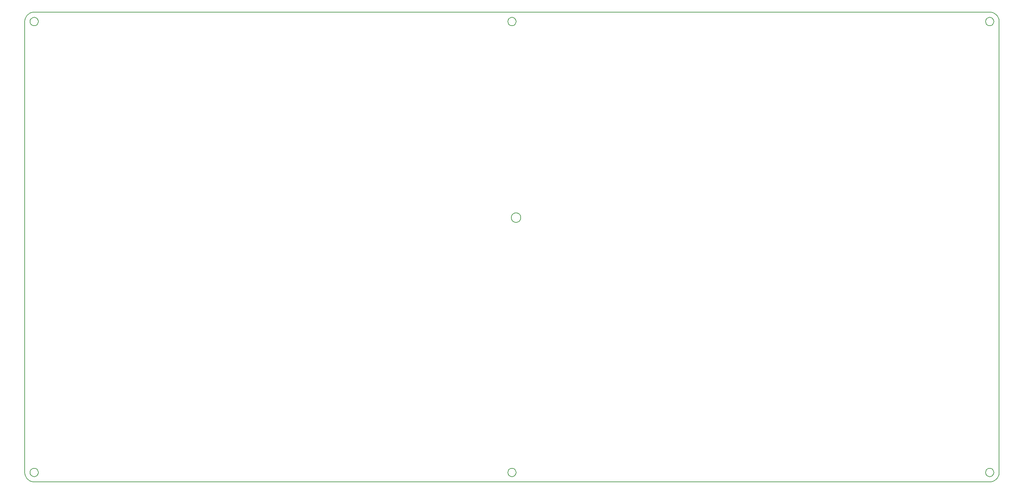
<source format=gbr>
G04 #@! TF.GenerationSoftware,KiCad,Pcbnew,5.0.1*
G04 #@! TF.CreationDate,2018-12-01T13:03:19-05:00*
G04 #@! TF.ProjectId,fightkeyb-pcb-bottom,66696768746B6579622D7063622D626F,rev?*
G04 #@! TF.SameCoordinates,Original*
G04 #@! TF.FileFunction,Profile,NP*
%FSLAX46Y46*%
G04 Gerber Fmt 4.6, Leading zero omitted, Abs format (unit mm)*
G04 Created by KiCad (PCBNEW 5.0.1) date Sat 01 Dec 2018 01:03:19 PM EST*
%MOMM*%
%LPD*%
G01*
G04 APERTURE LIST*
%ADD10C,0.200000*%
G04 APERTURE END LIST*
D10*
X275539000Y-30274870D02*
X275723000Y-30343870D01*
X274961000Y-30159870D02*
X275157000Y-30183870D01*
X275723000Y-30343870D02*
X275901000Y-30424870D01*
X22115850Y-154452456D02*
X21918790Y-154445566D01*
X21918790Y-154445566D02*
X21723110Y-154423517D01*
X276073000Y-30520870D02*
X276236000Y-30629870D01*
X21225630Y-152600370D02*
X21468170Y-152842910D01*
X21068540Y-152293070D02*
X21225630Y-152600370D01*
X21016170Y-151954070D02*
X21068540Y-152293070D01*
X21068540Y-151613700D02*
X21016170Y-151954070D01*
X276667000Y-153577400D02*
X276533000Y-153720716D01*
X275348000Y-30222870D02*
X275539000Y-30274870D01*
X275901000Y-30424870D02*
X276073000Y-30520870D01*
X275901000Y-154179604D02*
X275723000Y-154263665D01*
X276788000Y-31182870D02*
X276897000Y-31344870D01*
X21225630Y-151306390D02*
X21068540Y-151613700D01*
X21468170Y-151063860D02*
X21225630Y-151306390D01*
X21775470Y-150906770D02*
X21468170Y-151063860D01*
X20092885Y-31182870D02*
X20214152Y-31028870D01*
X19984021Y-31344870D02*
X20092885Y-31182870D01*
X22454840Y-153000000D02*
X22762150Y-152842910D01*
X22115850Y-153053750D02*
X22454840Y-153000000D01*
X21775470Y-153000000D02*
X22115850Y-153053750D01*
X21468170Y-152842910D02*
X21775470Y-153000000D01*
X21723110Y-30183870D02*
X21918790Y-30159870D01*
X21531560Y-30222870D02*
X21723110Y-30183870D01*
X22454840Y-150906770D02*
X22115850Y-150854380D01*
X22762150Y-151063860D02*
X22454840Y-150906770D01*
X23004680Y-151306390D02*
X22762150Y-151063860D01*
X23161770Y-151613700D02*
X23004680Y-151306390D01*
X21342770Y-30274870D02*
X21531560Y-30222870D01*
X21158110Y-30343870D02*
X21342770Y-30274870D01*
X274426000Y-31605870D02*
X274119000Y-31762870D01*
X148440000Y-31553870D02*
X148100000Y-31605870D01*
X148781000Y-31605870D02*
X148440000Y-31553870D01*
X149088000Y-31762870D02*
X148781000Y-31605870D01*
X149331000Y-32005870D02*
X149088000Y-31762870D01*
X149486000Y-32312870D02*
X149331000Y-32005870D01*
X149540000Y-32652870D02*
X149486000Y-32312870D01*
X149486000Y-32991870D02*
X149540000Y-32652870D01*
X273718000Y-151613700D02*
X273667000Y-151954070D01*
X273877000Y-151306390D02*
X273718000Y-151613700D01*
X276788000Y-153423060D02*
X276667000Y-153577400D01*
X20347823Y-30884870D02*
X20491139Y-30751870D01*
X20214152Y-31028870D02*
X20347823Y-30884870D01*
X275348000Y-154383554D02*
X275157000Y-154423517D01*
X277236000Y-152345440D02*
X277196000Y-152536980D01*
X21723110Y-154423517D02*
X21531560Y-154383554D01*
X149088000Y-152842910D02*
X149331000Y-152600370D01*
X148781000Y-153000000D02*
X149088000Y-152842910D01*
X20491139Y-153854387D02*
X20347823Y-153720716D01*
X276236000Y-153975655D02*
X276073000Y-154084518D01*
X277196000Y-32068870D02*
X277236000Y-32260870D01*
X20645480Y-30629870D02*
X20808090Y-30520870D01*
X20491139Y-30751870D02*
X20645480Y-30629870D01*
X147550000Y-32005870D02*
X147395000Y-32312870D01*
X147794000Y-31762870D02*
X147550000Y-32005870D01*
X148100000Y-31605870D02*
X147794000Y-31762870D01*
X22115850Y-150854380D02*
X21775470Y-150906770D01*
X149331000Y-151306390D02*
X149088000Y-151063860D01*
X149486000Y-151613700D02*
X149331000Y-151306390D01*
X149540000Y-151954070D02*
X149486000Y-151613700D01*
X274765000Y-154452456D02*
X22115850Y-154452456D01*
X274119000Y-151063860D02*
X273877000Y-151306390D01*
X274426000Y-150906770D02*
X274119000Y-151063860D01*
X276667000Y-31028870D02*
X276788000Y-31182870D01*
X20645480Y-153975655D02*
X20491139Y-153854387D01*
X277258000Y-32455870D02*
X277266000Y-32652870D01*
X276897000Y-31344870D02*
X276994000Y-31517870D01*
X277076000Y-152910430D02*
X276994000Y-153088200D01*
X277144000Y-152725770D02*
X277076000Y-152910430D01*
X147794000Y-33541870D02*
X148100000Y-33698870D01*
X147550000Y-33299870D02*
X147794000Y-33541870D01*
X147395000Y-32991870D02*
X147550000Y-33299870D01*
X147341000Y-32652870D02*
X147395000Y-32991870D01*
X147395000Y-32312870D02*
X147341000Y-32652870D01*
X21342770Y-154331188D02*
X21158110Y-154263665D01*
X19622975Y-152149750D02*
X19614707Y-151954070D01*
X19646402Y-152345440D02*
X19622975Y-152149750D01*
X20214152Y-153577400D02*
X20092885Y-153423060D01*
X275723000Y-154263665D02*
X275539000Y-154331188D01*
X274119000Y-152842910D02*
X274426000Y-153000000D01*
X273877000Y-152600370D02*
X274119000Y-152842910D01*
X149486000Y-152293070D02*
X149540000Y-151954070D01*
X149331000Y-152600370D02*
X149486000Y-152293070D01*
X275413000Y-151063860D02*
X275106000Y-150906770D01*
X275656000Y-151306390D02*
X275413000Y-151063860D01*
X20808090Y-154084518D02*
X20645480Y-153975655D01*
X277236000Y-32260870D02*
X277258000Y-32455870D01*
X22115850Y-30151870D02*
X274767000Y-30152870D01*
X21918790Y-30159870D02*
X22115850Y-30151870D01*
X276390000Y-30751870D02*
X276533000Y-30884870D01*
X19737352Y-31879870D02*
X19806254Y-31694870D01*
X19684987Y-32068870D02*
X19737352Y-31879870D01*
X276994000Y-153088200D02*
X276897000Y-153260450D01*
X276897000Y-153260450D02*
X276788000Y-153423060D01*
X20347823Y-153720716D02*
X20214152Y-153577400D01*
X273718000Y-152293070D02*
X273877000Y-152600370D01*
X273667000Y-151954070D02*
X273718000Y-152293070D01*
X19887557Y-31517870D02*
X19984021Y-31344870D01*
X19806254Y-31694870D02*
X19887557Y-31517870D01*
X21468170Y-33541870D02*
X21775470Y-33698870D01*
X21225630Y-33299870D02*
X21468170Y-33541870D01*
X21068540Y-32991870D02*
X21225630Y-33299870D01*
X21016170Y-32652870D02*
X21068540Y-32991870D01*
X21068540Y-32312870D02*
X21016170Y-32652870D01*
X21225630Y-32005870D02*
X21068540Y-32312870D01*
X21468170Y-31762870D02*
X21225630Y-32005870D01*
X21775470Y-31605870D02*
X21468170Y-31762870D01*
X274767000Y-31553870D02*
X274426000Y-31605870D01*
X274767000Y-153053750D02*
X275106000Y-153000000D01*
X274426000Y-153000000D02*
X274767000Y-153053750D01*
X277266000Y-151952690D02*
X277258000Y-152149750D01*
X275106000Y-31605870D02*
X274767000Y-31553870D01*
X275413000Y-31762870D02*
X275106000Y-31605870D01*
X275656000Y-32005870D02*
X275413000Y-31762870D01*
X275813000Y-32312870D02*
X275656000Y-32005870D01*
X275866000Y-32652870D02*
X275813000Y-32312870D01*
X275813000Y-32991870D02*
X275866000Y-32652870D01*
X275656000Y-33299870D02*
X275813000Y-32991870D01*
X275413000Y-33541870D02*
X275656000Y-33299870D01*
X275106000Y-33698870D02*
X275413000Y-33541870D01*
X274767000Y-33752870D02*
X275106000Y-33698870D01*
X274426000Y-33698870D02*
X274767000Y-33752870D01*
X274119000Y-33541870D02*
X274426000Y-33698870D01*
X273877000Y-33299870D02*
X274119000Y-33541870D01*
X273718000Y-32991870D02*
X273877000Y-33299870D01*
X273667000Y-32652870D02*
X273718000Y-32991870D01*
X273718000Y-32312870D02*
X273667000Y-32652870D01*
X273877000Y-32005870D02*
X273718000Y-32312870D01*
X274119000Y-31762870D02*
X273877000Y-32005870D01*
X19616085Y-32652870D02*
X19622975Y-32455870D01*
X19614707Y-151954070D02*
X19616085Y-32652870D01*
X148440000Y-150854380D02*
X148100000Y-150906770D01*
X148781000Y-150906770D02*
X148440000Y-150854380D01*
X149088000Y-151063860D02*
X148781000Y-150906770D01*
X21158110Y-154263665D02*
X20980340Y-154179604D01*
X276073000Y-154084518D02*
X275901000Y-154179604D01*
X275813000Y-152293070D02*
X275866000Y-151954070D01*
X275656000Y-152600370D02*
X275813000Y-152293070D01*
X276390000Y-153854387D02*
X276236000Y-153975655D01*
X276533000Y-30884870D02*
X276667000Y-31028870D01*
X19646402Y-32260870D02*
X19684987Y-32068870D01*
X19622975Y-32455870D02*
X19646402Y-32260870D01*
X20980340Y-30424870D02*
X21158110Y-30343870D01*
X20808090Y-30520870D02*
X20980340Y-30424870D01*
X275813000Y-151613700D02*
X275656000Y-151306390D01*
X275866000Y-151954070D02*
X275813000Y-151613700D01*
X275539000Y-154331188D02*
X275348000Y-154383554D01*
X147395000Y-152293070D02*
X147550000Y-152600370D01*
X147341000Y-151954070D02*
X147395000Y-152293070D01*
X20980340Y-154179604D02*
X20808090Y-154084518D01*
X19984021Y-153260450D02*
X19887557Y-153088200D01*
X20092885Y-153423060D02*
X19984021Y-153260450D01*
X275157000Y-154423517D02*
X274961000Y-154445566D01*
X275413000Y-152842910D02*
X275656000Y-152600370D01*
X275106000Y-153000000D02*
X275413000Y-152842910D01*
X274961000Y-154445566D02*
X274765000Y-154452456D01*
X23215540Y-151954070D02*
X23161770Y-151613700D01*
X23161770Y-152293070D02*
X23215540Y-151954070D01*
X23004680Y-152600370D02*
X23161770Y-152293070D01*
X22762150Y-152842910D02*
X23004680Y-152600370D01*
X277144000Y-31879870D02*
X277196000Y-32068870D01*
X149331000Y-33299870D02*
X149486000Y-32991870D01*
X149088000Y-33541870D02*
X149331000Y-33299870D01*
X148781000Y-33698870D02*
X149088000Y-33541870D01*
X148440000Y-33752870D02*
X148781000Y-33698870D01*
X148100000Y-33698870D02*
X148440000Y-33752870D01*
X150782223Y-84526870D02*
G75*
G03X150782223Y-84526870I-1261223J0D01*
G01*
X22115850Y-31553870D02*
X21775470Y-31605870D01*
X22454840Y-31605870D02*
X22115850Y-31553870D01*
X277258000Y-152149750D02*
X277236000Y-152345440D01*
X147794000Y-152842910D02*
X148100000Y-153000000D01*
X147550000Y-152600370D02*
X147794000Y-152842910D01*
X22762150Y-31762870D02*
X22454840Y-31605870D01*
X23004680Y-32005870D02*
X22762150Y-31762870D01*
X23161770Y-32312870D02*
X23004680Y-32005870D01*
X23215540Y-32652870D02*
X23161770Y-32312870D01*
X23161770Y-32991870D02*
X23215540Y-32652870D01*
X23004680Y-33299870D02*
X23161770Y-32991870D01*
X22762150Y-33541870D02*
X23004680Y-33299870D01*
X22454840Y-33698870D02*
X22762150Y-33541870D01*
X22115850Y-33752870D02*
X22454840Y-33698870D01*
X21775470Y-33698870D02*
X22115850Y-33752870D01*
X19684987Y-152536980D02*
X19646402Y-152345440D01*
X19737352Y-152725770D02*
X19684987Y-152536980D01*
X276994000Y-31517870D02*
X277076000Y-31694870D01*
X277076000Y-31694870D02*
X277144000Y-31879870D01*
X276236000Y-30629870D02*
X276390000Y-30751870D01*
X277266000Y-32652870D02*
X277266000Y-151952690D01*
X277196000Y-152536980D02*
X277144000Y-152725770D01*
X276533000Y-153720716D02*
X276390000Y-153854387D01*
X21531560Y-154383554D02*
X21342770Y-154331188D01*
X147395000Y-151613700D02*
X147341000Y-151954070D01*
X147550000Y-151306390D02*
X147395000Y-151613700D01*
X147794000Y-151063860D02*
X147550000Y-151306390D01*
X148100000Y-150906770D02*
X147794000Y-151063860D01*
X19806254Y-152910430D02*
X19737352Y-152725770D01*
X19887557Y-153088200D02*
X19806254Y-152910430D01*
X274767000Y-30152870D02*
X274961000Y-30159870D01*
X275157000Y-30183870D02*
X275348000Y-30222870D01*
X274767000Y-150854380D02*
X274426000Y-150906770D01*
X275106000Y-150906770D02*
X274767000Y-150854380D01*
X148440000Y-153053750D02*
X148781000Y-153000000D01*
X148100000Y-153000000D02*
X148440000Y-153053750D01*
M02*

</source>
